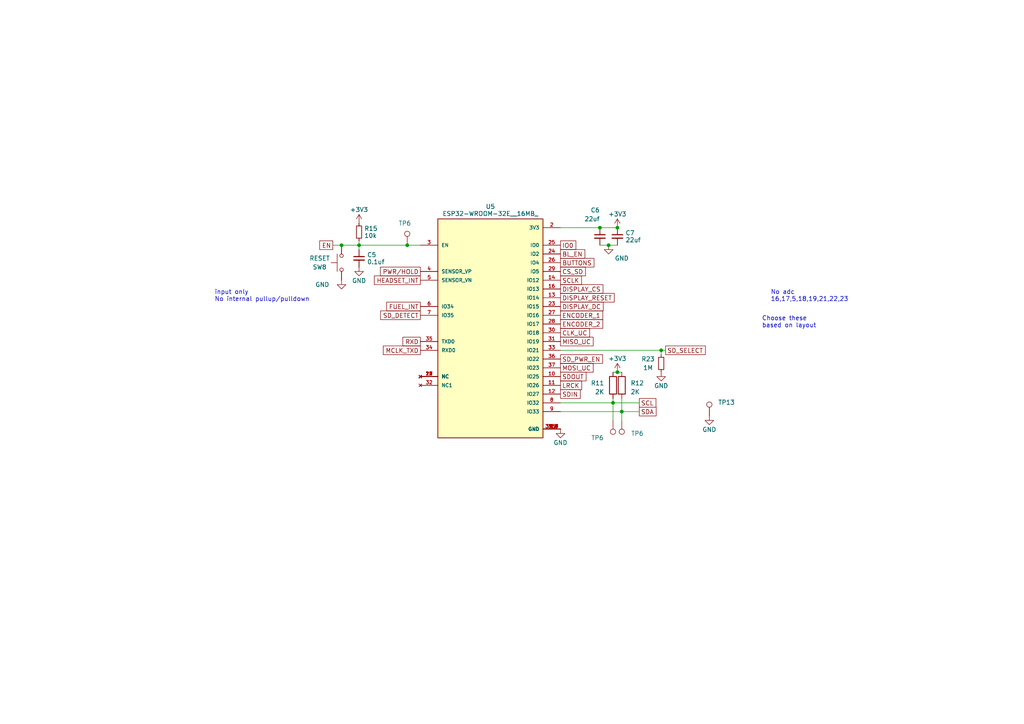
<source format=kicad_sch>
(kicad_sch (version 20230121) (generator eeschema)
  (paper "A4")
  (lib_symbols
    (symbol "Connector:TestPoint" (pin_numbers hide) (pin_names (offset 0.762) hide)
      (property "Reference" "TP" (at 0 6.858 0))
      (property "Value" "TestPoint" (at 0 5.08 0))
      (symbol "TestPoint_0_1"
        (circle (center 0 3.302) (radius 0.762))
      )
      (symbol "TestPoint_1_1"
        (pin passive line (at 0 0 90) (length 2.54) (name "1") (number "1"))
      )
    )
    (symbol "Device:C_Small" (pin_numbers hide) (pin_names (offset 0.254) hide)
      (property "Reference" "C" (at 0.254 1.778 0))
      (property "Value" "C_Small" (at 0.254 -2.032 0))
      (symbol "C_Small_0_1"
        (polyline (pts (xy -1.524 -0.508) (xy 1.524 -0.508)) (stroke (width 0.3302)))
        (polyline (pts (xy -1.524 0.508) (xy 1.524 0.508)) (stroke (width 0.3048)))
      )
      (symbol "C_Small_1_1"
        (pin passive line (at 0 2.54 270) (length 2.032) (name "~") (number "1"))
        (pin passive line (at 0 -2.54 90) (length 2.032) (name "~") (number "2"))
      )
    )
    (symbol "Device:R" (pin_numbers hide) (pin_names (offset 0))
      (property "Reference" "R" (at 2.032 0 90))
      (property "Value" "R" (at 0 0 90))
      (symbol "R_0_1"
        (rectangle (start -1.016 -2.54) (end 1.016 2.54) (stroke (width 0.254)))
      )
      (symbol "R_1_1"
        (pin passive line (at 0 3.81 270) (length 1.27) (name "~") (number "1"))
        (pin passive line (at 0 -3.81 90) (length 1.27) (name "~") (number "2"))
      )
    )
    (symbol "Device:R_Small" (pin_numbers hide) (pin_names (offset 0.254) hide)
      (property "Reference" "R" (at 0.762 0.508 0))
      (property "Value" "R_Small" (at 0.762 -1.016 0))
      (symbol "R_Small_0_1"
        (rectangle (start -0.762 1.778) (end 0.762 -1.778) (stroke (width 0.2032)))
      )
      (symbol "R_Small_1_1"
        (pin passive line (at 0 2.54 270) (length 0.762) (name "~") (number "1"))
        (pin passive line (at 0 -2.54 90) (length 0.762) (name "~") (number "2"))
      )
    )
    (symbol "ESP32-WROOM-32E:ESP32-WROOM-32E__16MB_" (pin_names (offset 1.016))
      (property "Reference" "U" (at -15.24 33.909 0))
      (property "Value" "ESP32-WROOM-32E__16MB_" (at -15.24 -33.02 0))
      (symbol "ESP32-WROOM-32E__16MB__0_0"
        (rectangle (start -15.24 -30.48) (end 15.24 33.02) (stroke (width 0.254)) (fill (type background)))
        (pin power_in line (at 20.32 -27.94 180) (length 5.08) (name "GND") (number "1"))
        (pin bidirectional line (at 20.32 -12.7 180) (length 5.08) (name "IO25") (number "10"))
        (pin bidirectional line (at 20.32 -15.24 180) (length 5.08) (name "IO26") (number "11"))
        (pin bidirectional line (at 20.32 -17.78 180) (length 5.08) (name "IO27") (number "12"))
        (pin bidirectional line (at 20.32 10.16 180) (length 5.08) (name "IO14") (number "13"))
        (pin bidirectional line (at 20.32 15.24 180) (length 5.08) (name "IO12") (number "14"))
        (pin power_in line (at 20.32 -27.94 180) (length 5.08) (name "GND") (number "15"))
        (pin bidirectional line (at 20.32 12.7 180) (length 5.08) (name "IO13") (number "16"))
        (pin no_connect line (at -20.32 -12.7 0) (length 5.08) (name "NC") (number "17"))
        (pin no_connect line (at -20.32 -12.7 0) (length 5.08) (name "NC") (number "18"))
        (pin no_connect line (at -20.32 -12.7 0) (length 5.08) (name "NC") (number "19"))
        (pin power_in line (at 20.32 30.48 180) (length 5.08) (name "3V3") (number "2"))
        (pin no_connect line (at -20.32 -12.7 0) (length 5.08) (name "NC") (number "20"))
        (pin no_connect line (at -20.32 -12.7 0) (length 5.08) (name "NC") (number "21"))
        (pin no_connect line (at -20.32 -12.7 0) (length 5.08) (name "NC") (number "22"))
        (pin bidirectional line (at 20.32 7.62 180) (length 5.08) (name "IO15") (number "23"))
        (pin bidirectional line (at 20.32 22.86 180) (length 5.08) (name "IO2") (number "24"))
        (pin bidirectional line (at 20.32 25.4 180) (length 5.08) (name "IO0") (number "25"))
        (pin bidirectional line (at 20.32 20.32 180) (length 5.08) (name "IO4") (number "26"))
        (pin bidirectional line (at 20.32 5.08 180) (length 5.08) (name "IO16") (number "27"))
        (pin bidirectional line (at 20.32 2.54 180) (length 5.08) (name "IO17") (number "28"))
        (pin bidirectional line (at 20.32 17.78 180) (length 5.08) (name "IO5") (number "29"))
        (pin input line (at -20.32 25.4 0) (length 5.08) (name "EN") (number "3"))
        (pin bidirectional line (at 20.32 0 180) (length 5.08) (name "IO18") (number "30"))
        (pin bidirectional line (at 20.32 -2.54 180) (length 5.08) (name "IO19") (number "31"))
        (pin no_connect line (at -20.32 -15.24 0) (length 5.08) (name "NC1") (number "32"))
        (pin bidirectional line (at 20.32 -5.08 180) (length 5.08) (name "IO21") (number "33"))
        (pin bidirectional line (at -20.32 -5.08 0) (length 5.08) (name "RXD0") (number "34"))
        (pin bidirectional line (at -20.32 -2.54 0) (length 5.08) (name "TXD0") (number "35"))
        (pin bidirectional line (at 20.32 -7.62 180) (length 5.08) (name "IO22") (number "36"))
        (pin bidirectional line (at 20.32 -10.16 180) (length 5.08) (name "IO23") (number "37"))
        (pin power_in line (at 20.32 -27.94 180) (length 5.08) (name "GND") (number "38"))
        (pin power_in line (at 20.32 -27.94 180) (length 5.08) (name "GND") (number "39_1"))
        (pin power_in line (at 20.32 -27.94 180) (length 5.08) (name "GND") (number "39_2"))
        (pin power_in line (at 20.32 -27.94 180) (length 5.08) (name "GND") (number "39_3"))
        (pin power_in line (at 20.32 -27.94 180) (length 5.08) (name "GND") (number "39_4"))
        (pin power_in line (at 20.32 -27.94 180) (length 5.08) (name "GND") (number "39_5"))
        (pin power_in line (at 20.32 -27.94 180) (length 5.08) (name "GND") (number "39_6"))
        (pin power_in line (at 20.32 -27.94 180) (length 5.08) (name "GND") (number "39_7"))
        (pin power_in line (at 20.32 -27.94 180) (length 5.08) (name "GND") (number "39_8"))
        (pin power_in line (at 20.32 -27.94 180) (length 5.08) (name "GND") (number "39_9"))
        (pin input line (at -20.32 17.78 0) (length 5.08) (name "SENSOR_VP") (number "4"))
        (pin input line (at -20.32 15.24 0) (length 5.08) (name "SENSOR_VN") (number "5"))
        (pin input line (at -20.32 7.62 0) (length 5.08) (name "IO34") (number "6"))
        (pin input line (at -20.32 5.08 0) (length 5.08) (name "IO35") (number "7"))
        (pin bidirectional line (at 20.32 -20.32 180) (length 5.08) (name "IO32") (number "8"))
        (pin bidirectional line (at 20.32 -22.86 180) (length 5.08) (name "IO33") (number "9"))
      )
    )
    (symbol "Switch:SW_Push" (pin_numbers hide) (pin_names (offset 1.016) hide)
      (property "Reference" "SW" (at 1.27 2.54 0))
      (property "Value" "SW_Push" (at 0 -1.524 0))
      (symbol "SW_Push_0_1"
        (circle (center -2.032 0) (radius 0.508))
        (polyline (pts (xy 0 1.27) (xy 0 3.048)))
        (polyline (pts (xy 2.54 1.27) (xy -2.54 1.27)))
        (circle (center 2.032 0) (radius 0.508))
        (pin passive line (at -5.08 0 0) (length 2.54) (name "1") (number "1"))
        (pin passive line (at 5.08 0 180) (length 2.54) (name "2") (number "2"))
      )
    )
    (symbol "power:+3V3" (power) (pin_names (offset 0))
      (property "Value" "+3V3" (at 0 3.556 0))
      (symbol "+3V3_0_1"
        (polyline (pts (xy -0.762 1.27) (xy 0 2.54)))
        (polyline (pts (xy 0 0) (xy 0 2.54)))
        (polyline (pts (xy 0 2.54) (xy 0.762 1.27)))
      )
      (symbol "+3V3_1_1"
        (pin power_in line (at 0 0 90) (length 0) hide (name "+3V3") (number "1"))
      )
    )
    (symbol "power:GND" (power) (pin_names (offset 0))
      (property "Value" "GND" (at 0 -3.81 0))
      (symbol "GND_0_1"
        (polyline (pts (xy 0 0) (xy 0 -1.27) (xy 1.27 -1.27) (xy 0 -2.54) (xy -1.27 -1.27) (xy 0 -1.27)))
      )
      (symbol "GND_1_1"
        (pin power_in line (at 0 0 270) (length 0) hide (name "GND") (number "1"))
      )
    )
  )
  (junction (at 173.99 66.04))
  (junction (at 176.53 71.12))
  (junction (at 104.14 71.12))
  (junction (at 191.77 101.6))
  (junction (at 180.34 119.38))
  (junction (at 177.8 116.84))
  (junction (at 118.11 71.12))
  (junction (at 99.06 71.12))
  (junction (at 179.07 107.95))
  (junction (at 179.07 66.04))
  (wire (pts (xy 99.06 71.12) (xy 104.14 71.12)))
  (wire (pts (xy 104.14 71.12) (xy 104.14 72.39)))
  (wire (pts (xy 162.56 101.6) (xy 191.77 101.6)))
  (wire (pts (xy 176.53 71.12) (xy 179.07 71.12)))
  (wire (pts (xy 191.77 102.87) (xy 191.77 101.6)))
  (wire (pts (xy 180.34 119.38) (xy 185.42 119.38)))
  (wire (pts (xy 96.52 71.12) (xy 99.06 71.12)))
  (wire (pts (xy 191.77 101.6) (xy 193.04 101.6)))
  (wire (pts (xy 177.8 116.84) (xy 185.42 116.84)))
  (wire (pts (xy 180.34 115.57) (xy 180.34 119.38)))
  (wire (pts (xy 180.34 121.92) (xy 180.34 119.38)))
  (wire (pts (xy 104.14 69.85) (xy 104.14 71.12)))
  (wire (pts (xy 118.11 71.12) (xy 121.92 71.12)))
  (wire (pts (xy 162.56 116.84) (xy 177.8 116.84)))
  (wire (pts (xy 179.07 107.95) (xy 180.34 107.95)))
  (wire (pts (xy 162.56 119.38) (xy 180.34 119.38)))
  (wire (pts (xy 173.99 66.04) (xy 179.07 66.04)))
  (wire (pts (xy 177.8 115.57) (xy 177.8 116.84)))
  (wire (pts (xy 162.56 66.04) (xy 173.99 66.04)))
  (wire (pts (xy 173.99 71.12) (xy 176.53 71.12)))
  (wire (pts (xy 177.8 107.95) (xy 179.07 107.95)))
  (wire (pts (xy 177.8 116.84) (xy 177.8 121.92)))
  (wire (pts (xy 104.14 71.12) (xy 118.11 71.12)))
  (text "Choose these\nbased on layout" (at 220.98 95.25 0) (effects (font (size 1.27 1.27)) (justify left bottom)))
  (text "No adc\n16,17,5,18,19,21,22,23\n" (at 223.52 87.63 0) (effects (font (size 1.27 1.27)) (justify left bottom)))
  (text "input only\nNo internal pullup/pulldown\n" (at 62.23 87.63 0) (effects (font (size 1.27 1.27)) (justify left bottom)))
  (global_label "PWR{slash}HOLD" (shape passive) (at 121.92 78.74 180) (property "Intersheetrefs" "${INTERSHEET_REFS}" (effects hide)))
  (global_label "SD_SELECT" (shape passive) (at 193.04 101.6 0) (property "Intersheetrefs" "${INTERSHEET_REFS}" (effects hide)))
  (global_label "EN" (shape passive) (at 96.52 71.12 180) (property "Intersheetrefs" "${INTERSHEET_REFS}" (effects hide)))
  (global_label "DISPLAY_CS" (shape passive) (at 162.56 83.82 0) (property "Intersheetrefs" "${INTERSHEET_REFS}" (effects hide)))
  (global_label "FUEL_INT" (shape passive) (at 121.92 88.9 180) (property "Intersheetrefs" "${INTERSHEET_REFS}" (effects hide)))
  (global_label "ENCODER_2" (shape passive) (at 162.56 93.98 0) (property "Intersheetrefs" "${INTERSHEET_REFS}" (effects hide)))
  (global_label "SD_DETECT" (shape passive) (at 121.92 91.44 180) (property "Intersheetrefs" "${INTERSHEET_REFS}" (effects hide)))
  (global_label "CS_SD" (shape passive) (at 162.56 78.74 0) (property "Intersheetrefs" "${INTERSHEET_REFS}" (effects hide)))
  (global_label "BL_EN" (shape passive) (at 162.56 73.66 0) (property "Intersheetrefs" "${INTERSHEET_REFS}" (effects hide)))
  (global_label "SDIN" (shape passive) (at 162.56 114.3 0) (property "Intersheetrefs" "${INTERSHEET_REFS}" (effects hide)))
  (global_label "DISPLAY_RESET" (shape passive) (at 162.56 86.36 0) (property "Intersheetrefs" "${INTERSHEET_REFS}" (effects hide)))
  (global_label "IO0" (shape passive) (at 162.56 71.12 0) (property "Intersheetrefs" "${INTERSHEET_REFS}" (effects hide)))
  (global_label "LRCK" (shape passive) (at 162.56 111.76 0) (property "Intersheetrefs" "${INTERSHEET_REFS}" (effects hide)))
  (global_label "CLK_UC" (shape passive) (at 162.56 96.52 0) (property "Intersheetrefs" "${INTERSHEET_REFS}" (effects hide)))
  (global_label "BUTTONS" (shape passive) (at 162.56 76.2 0) (property "Intersheetrefs" "${INTERSHEET_REFS}" (effects hide)))
  (global_label "SDA" (shape passive) (at 185.42 119.38 0) (property "Intersheetrefs" "${INTERSHEET_REFS}" (effects hide)))
  (global_label "SCL" (shape passive) (at 185.42 116.84 0) (property "Intersheetrefs" "${INTERSHEET_REFS}" (effects hide)))
  (global_label "MISO_UC" (shape passive) (at 162.56 99.06 0) (property "Intersheetrefs" "${INTERSHEET_REFS}" (effects hide)))
  (global_label "MOSI_UC" (shape passive) (at 162.56 106.68 0) (property "Intersheetrefs" "${INTERSHEET_REFS}" (effects hide)))
  (global_label "HEADSET_INT" (shape passive) (at 121.92 81.28 180) (property "Intersheetrefs" "${INTERSHEET_REFS}" (effects hide)))
  (global_label "SD_PWR_EN" (shape passive) (at 162.56 104.14 0) (property "Intersheetrefs" "${INTERSHEET_REFS}" (effects hide)))
  (global_label "DISPLAY_DC" (shape passive) (at 162.56 88.9 0) (property "Intersheetrefs" "${INTERSHEET_REFS}" (effects hide)))
  (global_label "MCLK_TXD" (shape passive) (at 121.92 101.6 180) (property "Intersheetrefs" "${INTERSHEET_REFS}" (effects hide)))
  (global_label "RXD" (shape passive) (at 121.92 99.06 180) (property "Intersheetrefs" "${INTERSHEET_REFS}" (effects hide)))
  (global_label "SDOUT" (shape passive) (at 162.56 109.22 0) (property "Intersheetrefs" "${INTERSHEET_REFS}" (effects hide)))
  (global_label "ENCODER_1" (shape passive) (at 162.56 91.44 0) (property "Intersheetrefs" "${INTERSHEET_REFS}" (effects hide)))
  (global_label "SCLK" (shape passive) (at 162.56 81.28 0) (property "Intersheetrefs" "${INTERSHEET_REFS}" (effects hide)))
  (symbol (lib_id "Switch:SW_Push") (at 99.06 76.2 90) (unit 1)
    (property "Reference" "SW8" (at 92.71 77.47 90))
    (property "Value" "RESET" (at 92.71 74.93 90))
    (property "Footprint" "Music:TS3315A" (effects hide))
  )
  (symbol (lib_id "power:GND") (at 176.53 71.12 0) (unit 1)
    (property "Reference" "#PWR028" (effects hide))
    (property "Value" "GND" (at 180.34 74.93 0))
  )
  (symbol (lib_id "Device:R") (at 177.8 111.76 0) (mirror y) (unit 1)
    (property "Reference" "R11" (at 175.26 111.125 0) (effects (justify left)))
    (property "Value" "2K" (at 175.26 113.665 0) (effects (justify left)))
    (property "Footprint" "Resistor_SMD:R_0402_1005Metric" (effects hide))
    (instances (project "Music_32_V2" (path "" (reference "R11") (unit 1))) (project "Audio test board" (path "" (reference "R?") (unit 1))) (project "Music32v3" (path "" (reference "R21") (unit 1)) (path "" (reference "R21") (unit 1)) (path "" (reference "R16") (unit 1))) (project "Ipod" (path "" (reference "R?") (unit 1)) (path "" (reference "R9") (unit 1))))
  )
  (symbol (lib_id "power:GND") (at 191.77 107.95 0) (mirror y) (unit 1)
    (property "Reference" "#PWR031" (effects hide))
    (property "Value" "GND" (at 191.77 111.895 0))
  )
  (symbol (lib_id "power:GND") (at 99.06 81.28 0) (unit 1)
    (property "Reference" "#PWR024" (effects hide))
    (property "Value" "GND" (at 91.44 82.55 0) (effects (justify left)))
  )
  (symbol (lib_id "power:+3V3") (at 179.07 107.95 0) (unit 1)
    (property "Reference" "#PWR011" (effects hide))
    (property "Value" "+3V3" (at 179.07 104.005 0))
    (instances (project "Music32v3" (path "" (reference "#PWR011") (unit 1)) (path "" (reference "#PWR030") (unit 1))))
  )
  (symbol (lib_id "Device:R_Small") (at 191.77 105.41 0) (mirror x) (unit 1)
    (property "Reference" "R23" (at 187.96 104.14 0))
    (property "Value" "1M" (at 187.96 106.68 0))
    (property "Footprint" "Resistor_SMD:R_0402_1005Metric" (effects hide))
    (property "MPN_LCSC" "1" (effects hide))
    (property "Price_LCSC" "0.0005" (effects hide))
    (instances (project "Power" (path "" (reference "R23") (unit 1))) (project "Music_32_V2" (path "" (reference "R23") (unit 1)) (path "" (reference "R31") (unit 1))) (project "Music32v3" (path "" (reference "R13") (unit 1)) (path "" (reference "R13") (unit 1)) (path "" (reference "R14") (unit 1)) (path "" (reference "R18") (unit 1))) (project "Phone" (path "" (reference "R?") (unit 1))) (project "Ipod" (path "" (reference "R?") (unit 1)) (path "" (reference "R22") (unit 1))) (project "power" (path "" (reference "R?") (unit 1))) (project "Power" (path "" (reference "R?") (unit 1))))
  )
  (symbol (lib_id "power:+3V3") (at 104.14 64.77 0) (unit 1)
    (property "Reference" "#PWR011" (effects hide))
    (property "Value" "+3V3" (at 104.14 60.825 0))
    (instances (project "Music32v3" (path "" (reference "#PWR011") (unit 1)) (path "" (reference "#PWR025") (unit 1))))
  )
  (symbol (lib_id "power:GND") (at 205.74 120.65 0) (unit 1)
    (property "Reference" "#PWR032" (effects hide))
    (property "Value" "GND" (at 205.74 124.595 0))
  )
  (symbol (lib_id "power:GND") (at 162.56 124.46 0) (unit 1)
    (property "Reference" "#PWR027" (effects hide))
    (property "Value" "GND" (at 162.56 128.405 0))
  )
  (symbol (lib_id "power:GND") (at 104.14 77.47 0) (unit 1)
    (property "Reference" "#PWR026" (effects hide))
    (property "Value" "GND" (at 104.14 81.415 0))
  )
  (symbol (lib_id "Device:C_Small") (at 104.14 74.93 0) (unit 1)
    (property "Reference" "C5" (at 106.4641 73.9123 0) (effects (justify left)))
    (property "Value" "0.1uf" (at 106.4641 75.9603 0) (effects (justify left)))
    (property "Footprint" "Capacitor_SMD:C_0402_1005Metric" (effects hide))
  )
  (symbol (lib_id "Device:R_Small") (at 104.14 67.31 0) (unit 1)
    (property "Reference" "R15" (at 105.6386 66.286 0) (effects (justify left)))
    (property "Value" "10k" (at 105.6386 68.334 0) (effects (justify left)))
    (property "Footprint" "Resistor_SMD:R_0402_1005Metric" (effects hide))
  )
  (symbol (lib_id "Connector:TestPoint") (at 177.8 121.92 180) (unit 1)
    (property "Reference" "TP6" (at 171.45 127 0) (effects (justify right)))
    (property "Value" "TestPoint" (effects hide))
    (property "Footprint" "TestPoint:TestPoint_Pad_D2.0mm" (effects hide))
    (instances (project "Music32v3" (path "" (reference "TP6") (unit 1)) (path "" (reference "TP11") (unit 1))))
  )
  (symbol (lib_id "Device:C_Small") (at 179.07 68.58 0) (unit 1)
    (property "Reference" "C7" (at 181.3941 67.5623 0) (effects (justify left)))
    (property "Value" "22uf" (at 181.3941 69.6103 0) (effects (justify left)))
    (property "Footprint" "Capacitor_SMD:C_0805_2012Metric" (effects hide))
  )
  (symbol (lib_id "Device:R") (at 180.34 111.76 0) (unit 1)
    (property "Reference" "R12" (at 182.88 111.125 0) (effects (justify left)))
    (property "Value" "2K" (at 182.88 113.665 0) (effects (justify left)))
    (property "Footprint" "Resistor_SMD:R_0402_1005Metric" (effects hide))
    (instances (project "Music_32_V2" (path "" (reference "R12") (unit 1))) (project "Audio test board" (path "" (reference "R?") (unit 1))) (project "Music32v3" (path "" (reference "R22") (unit 1)) (path "" (reference "R22") (unit 1)) (path "" (reference "R17") (unit 1))) (project "Ipod" (path "" (reference "R?") (unit 1)) (path "" (reference "R10") (unit 1))))
  )
  (symbol (lib_id "Connector:TestPoint") (at 180.34 121.92 0) (mirror x) (unit 1)
    (property "Reference" "TP6" (at 186.69 125.73 0) (effects (justify right)))
    (property "Value" "TestPoint" (effects hide))
    (property "Footprint" "TestPoint:TestPoint_Pad_D2.0mm" (effects hide))
    (instances (project "Music32v3" (path "" (reference "TP6") (unit 1)) (path "" (reference "TP12") (unit 1))))
  )
  (symbol (lib_id "Device:C_Small") (at 173.99 68.58 0) (mirror y) (unit 1)
    (property "Reference" "C6" (at 173.99 60.96 0) (effects (justify left)))
    (property "Value" "22uf" (at 173.99 63.5 0) (effects (justify left)))
    (property "Footprint" "Capacitor_SMD:C_0805_2012Metric" (effects hide))
  )
  (symbol (lib_id "power:+3V3") (at 179.07 66.04 0) (unit 1)
    (property "Reference" "#PWR011" (effects hide))
    (property "Value" "+3V3" (at 179.07 62.095 0))
    (instances (project "Music32v3" (path "" (reference "#PWR011") (unit 1)) (path "" (reference "#PWR029") (unit 1))))
  )
  (symbol (lib_id "Connector:TestPoint") (at 118.11 71.12 0) (mirror y) (unit 1)
    (property "Reference" "TP6" (at 115.57 64.77 0) (effects (justify right)))
    (property "Value" "TestPoint" (effects hide))
    (property "Footprint" "TestPoint:TestPoint_Pad_D2.0mm" (effects hide))
    (instances (project "Music32v3" (path "" (reference "TP6") (unit 1)) (path "" (reference "TP10") (unit 1))))
  )
  (symbol (lib_id "Connector:TestPoint") (at 205.74 120.65 0) (unit 1)
    (property "Reference" "TP13" (at 208.28 116.713 0) (effects (justify left)))
    (property "Value" "TestPoint" (effects hide))
    (property "Footprint" "TestPoint:TestPoint_Loop_D2.50mm_Drill1.0mm" (effects hide))
  )
  (symbol (lib_id "ESP32-WROOM-32E:ESP32-WROOM-32E__16MB_") (at 142.24 96.52 0) (unit 1)
    (property "Reference" "U5" (at 142.24 59.92 0))
    (property "Value" "ESP32-WROOM-32E__16MB_" (at 142.24 61.968 0))
    (property "Footprint" "Music:ESP32-WROOM-32E" (effects hide))
    (property "MF" "Espressif Systems" (effects hide))
    (property "MAXIMUM_PACKAGE_HEIGHT" "3.25mm" (effects hide))
    (property "Package" "SMD-44 Espressif Systems" (effects hide))
    (property "Price" "None" (effects hide))
    (property "Check_prices" "https://www.snapeda.com/parts/ESP32-WROOM-32E%20(16MB)/Espressif+Systems/view-part/?ref=eda" (effects hide))
    (property "STANDARD" "Manufacturer Recommendations" (effects hide))
    (property "PARTREV" "1.4" (effects hide))
    (property "SnapEDA_Link" "https://www.snapeda.com/parts/ESP32-WROOM-32E%20(16MB)/Espressif+Systems/view-part/?ref=snap" (effects hide))
    (property "MP" "ESP32-WROOM-32E (16MB)" (effects hide))
    (property "Description" "\nBluetooth, WiFi 802.11b/g/n, Bluetooth v4.2 +EDR, Class 1, 2 and 3 Transceiver Module 2.4GHz ~ 2.5GHz Integrated, Trace Surface Mount\n" (effects hide))
    (property "Availability" "Not in stock" (effects hide))
    (property "MANUFACTURER" "Espressif Systems" (effects hide))
  )
)
</source>
